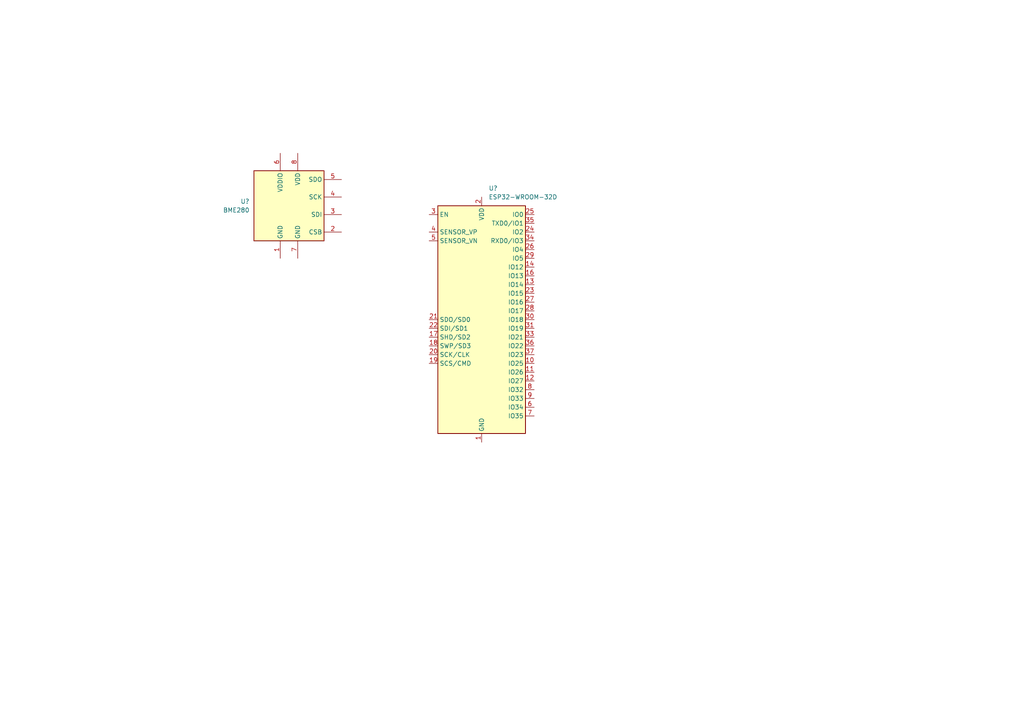
<source format=kicad_sch>
(kicad_sch (version 20211123) (generator eeschema)
  (paper "A4")
  (lib_symbols
    (symbol "RF_Module:ESP32-WROOM-32D"
      (property "Reference" "U" (at -12.7 34.29 0))
      (property "Value" "ESP32-WROOM-32D" (at 1.27 34.29 0))
      (symbol "ESP32-WROOM-32D_0_1"
        (rectangle (start -12.7 33.02) (end 12.7 -33.02) (stroke (width 0.254)) (fill (type background)))
      )
      (symbol "ESP32-WROOM-32D_1_1"
        (pin power_in line (at 0 -35.56 90) (length 2.54) (name "GND") (number "1"))
        (pin bidirectional line (at 15.24 -12.7 180) (length 2.54) (name "IO25") (number "10"))
        (pin bidirectional line (at 15.24 -15.24 180) (length 2.54) (name "IO26") (number "11"))
        (pin bidirectional line (at 15.24 -17.78 180) (length 2.54) (name "IO27") (number "12"))
        (pin bidirectional line (at 15.24 10.16 180) (length 2.54) (name "IO14") (number "13"))
        (pin bidirectional line (at 15.24 15.24 180) (length 2.54) (name "IO12") (number "14"))
        (pin passive line (at 0 -35.56 90) (length 2.54) hide (name "GND") (number "15"))
        (pin bidirectional line (at 15.24 12.7 180) (length 2.54) (name "IO13") (number "16"))
        (pin bidirectional line (at -15.24 -5.08 0) (length 2.54) (name "SHD/SD2") (number "17"))
        (pin bidirectional line (at -15.24 -7.62 0) (length 2.54) (name "SWP/SD3") (number "18"))
        (pin bidirectional line (at -15.24 -12.7 0) (length 2.54) (name "SCS/CMD") (number "19"))
        (pin power_in line (at 0 35.56 270) (length 2.54) (name "VDD") (number "2"))
        (pin bidirectional line (at -15.24 -10.16 0) (length 2.54) (name "SCK/CLK") (number "20"))
        (pin bidirectional line (at -15.24 0 0) (length 2.54) (name "SDO/SD0") (number "21"))
        (pin bidirectional line (at -15.24 -2.54 0) (length 2.54) (name "SDI/SD1") (number "22"))
        (pin bidirectional line (at 15.24 7.62 180) (length 2.54) (name "IO15") (number "23"))
        (pin bidirectional line (at 15.24 25.4 180) (length 2.54) (name "IO2") (number "24"))
        (pin bidirectional line (at 15.24 30.48 180) (length 2.54) (name "IO0") (number "25"))
        (pin bidirectional line (at 15.24 20.32 180) (length 2.54) (name "IO4") (number "26"))
        (pin bidirectional line (at 15.24 5.08 180) (length 2.54) (name "IO16") (number "27"))
        (pin bidirectional line (at 15.24 2.54 180) (length 2.54) (name "IO17") (number "28"))
        (pin bidirectional line (at 15.24 17.78 180) (length 2.54) (name "IO5") (number "29"))
        (pin input line (at -15.24 30.48 0) (length 2.54) (name "EN") (number "3"))
        (pin bidirectional line (at 15.24 0 180) (length 2.54) (name "IO18") (number "30"))
        (pin bidirectional line (at 15.24 -2.54 180) (length 2.54) (name "IO19") (number "31"))
        (pin no_connect line (at -12.7 -27.94 0) (length 2.54) hide (name "NC") (number "32"))
        (pin bidirectional line (at 15.24 -5.08 180) (length 2.54) (name "IO21") (number "33"))
        (pin bidirectional line (at 15.24 22.86 180) (length 2.54) (name "RXD0/IO3") (number "34"))
        (pin bidirectional line (at 15.24 27.94 180) (length 2.54) (name "TXD0/IO1") (number "35"))
        (pin bidirectional line (at 15.24 -7.62 180) (length 2.54) (name "IO22") (number "36"))
        (pin bidirectional line (at 15.24 -10.16 180) (length 2.54) (name "IO23") (number "37"))
        (pin passive line (at 0 -35.56 90) (length 2.54) hide (name "GND") (number "38"))
        (pin passive line (at 0 -35.56 90) (length 2.54) hide (name "GND") (number "39"))
        (pin input line (at -15.24 25.4 0) (length 2.54) (name "SENSOR_VP") (number "4"))
        (pin input line (at -15.24 22.86 0) (length 2.54) (name "SENSOR_VN") (number "5"))
        (pin input line (at 15.24 -25.4 180) (length 2.54) (name "IO34") (number "6"))
        (pin input line (at 15.24 -27.94 180) (length 2.54) (name "IO35") (number "7"))
        (pin bidirectional line (at 15.24 -20.32 180) (length 2.54) (name "IO32") (number "8"))
        (pin bidirectional line (at 15.24 -22.86 180) (length 2.54) (name "IO33") (number "9"))
      )
    )
    (symbol "Sensor:BME280"
      (property "Reference" "U" (at -8.89 11.43 0))
      (property "Value" "BME280" (at 7.62 11.43 0))
      (symbol "BME280_0_1"
        (rectangle (start -10.16 10.16) (end 10.16 -10.16) (stroke (width 0.254)) (fill (type background)))
      )
      (symbol "BME280_1_1"
        (pin power_in line (at -2.54 -15.24 90) (length 5.08) (name "GND") (number "1"))
        (pin input line (at 15.24 -7.62 180) (length 5.08) (name "CSB") (number "2"))
        (pin bidirectional line (at 15.24 -2.54 180) (length 5.08) (name "SDI") (number "3"))
        (pin input line (at 15.24 2.54 180) (length 5.08) (name "SCK") (number "4"))
        (pin bidirectional line (at 15.24 7.62 180) (length 5.08) (name "SDO") (number "5"))
        (pin power_in line (at -2.54 15.24 270) (length 5.08) (name "VDDIO") (number "6"))
        (pin power_in line (at 2.54 -15.24 90) (length 5.08) (name "GND") (number "7"))
        (pin power_in line (at 2.54 15.24 270) (length 5.08) (name "VDD") (number "8"))
      )
    )
  )
  (symbol (lib_id "RF_Module:ESP32-WROOM-32D") (at 139.7 92.71 0) (unit 1)
    (property "Reference" "U?" (at 141.7194 54.61 0) (effects (justify left)))
    (property "Value" "ESP32-WROOM-32D" (at 141.7194 57.15 0) (effects (justify left)))
    (property "Footprint" "RF_Module:ESP32-WROOM-32" (effects hide))
    (property "Datasheet" "https://www.espressif.com/sites/default/files/documentation/esp32-wroom-32d_esp32-wroom-32u_datasheet_en.pdf" (effects hide))
  )
  (symbol (lib_id "Sensor:BME280") (at 83.82 59.69 0) (unit 1)
    (property "Reference" "U?" (at 72.39 58.4199 0) (effects (justify right)))
    (property "Value" "BME280" (at 72.39 60.9599 0) (effects (justify right)))
    (property "Footprint" "Package_LGA:Bosch_LGA-8_2.5x2.5mm_P0.65mm_ClockwisePinNumbering" (effects hide))
    (property "Datasheet" "https://ae-bst.resource.bosch.com/media/_tech/media/datasheets/BST-BME280-DS002.pdf" (effects hide))
  )
)
</source>
